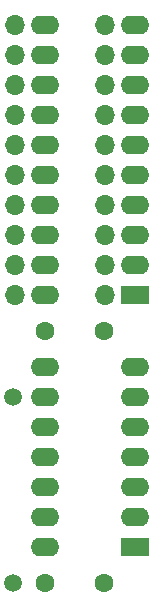
<source format=gbr>
%TF.GenerationSoftware,KiCad,Pcbnew,7.0.9*%
%TF.CreationDate,2024-01-21T19:13:07+01:00*%
%TF.ProjectId,rev-1-fix,7265762d-312d-4666-9978-2e6b69636164,rev?*%
%TF.SameCoordinates,Original*%
%TF.FileFunction,Soldermask,Bot*%
%TF.FilePolarity,Negative*%
%FSLAX46Y46*%
G04 Gerber Fmt 4.6, Leading zero omitted, Abs format (unit mm)*
G04 Created by KiCad (PCBNEW 7.0.9) date 2024-01-21 19:13:07*
%MOMM*%
%LPD*%
G01*
G04 APERTURE LIST*
%ADD10R,2.400000X1.600000*%
%ADD11O,2.400000X1.600000*%
%ADD12C,1.600000*%
%ADD13C,1.500000*%
%ADD14O,1.700000X1.700000*%
G04 APERTURE END LIST*
D10*
%TO.C,U6*%
X121935000Y-134385000D03*
D11*
X121935000Y-131845000D03*
X121935000Y-129305000D03*
X121935000Y-126765000D03*
X121935000Y-124225000D03*
X121935000Y-121685000D03*
X121935000Y-119145000D03*
X114315000Y-119145000D03*
X114315000Y-121685000D03*
X114315000Y-124225000D03*
X114315000Y-126765000D03*
X114315000Y-129305000D03*
X114315000Y-131845000D03*
X114315000Y-134385000D03*
%TD*%
D10*
%TO.C,U4*%
X121920000Y-113030000D03*
D11*
X121920000Y-110490000D03*
X121920000Y-107950000D03*
X121920000Y-105410000D03*
X121920000Y-102870000D03*
X121920000Y-100330000D03*
X121920000Y-97790000D03*
X121920000Y-95250000D03*
X121920000Y-92710000D03*
X121920000Y-90170000D03*
X114300000Y-90170000D03*
X114300000Y-92710000D03*
X114300000Y-95250000D03*
X114300000Y-97790000D03*
X114300000Y-100330000D03*
X114300000Y-102870000D03*
X114300000Y-105410000D03*
X114300000Y-107950000D03*
X114300000Y-110490000D03*
X114300000Y-113030000D03*
%TD*%
D12*
%TO.C,C64*%
X114340000Y-137440000D03*
X119340000Y-137440000D03*
%TD*%
D13*
%TO.C,TP1*%
X111560000Y-121680000D03*
%TD*%
%TO.C,TP2*%
X111560000Y-137440000D03*
%TD*%
D12*
%TO.C,C4*%
X114340000Y-116080000D03*
X119340000Y-116080000D03*
%TD*%
D14*
%TO.C,J1*%
X119380000Y-113030000D03*
X119380000Y-110490000D03*
X119380000Y-107950000D03*
X119380000Y-105410000D03*
X119380000Y-102870000D03*
X119380000Y-100330000D03*
X119380000Y-97790000D03*
X119380000Y-95250000D03*
X119380000Y-92710000D03*
X119380000Y-90170000D03*
%TD*%
%TO.C,J2*%
X111760000Y-90170000D03*
X111760000Y-92710000D03*
X111760000Y-95250000D03*
X111760000Y-97790000D03*
X111760000Y-100330000D03*
X111760000Y-102870000D03*
X111760000Y-105410000D03*
X111760000Y-107950000D03*
X111760000Y-110490000D03*
X111760000Y-113030000D03*
%TD*%
M02*

</source>
